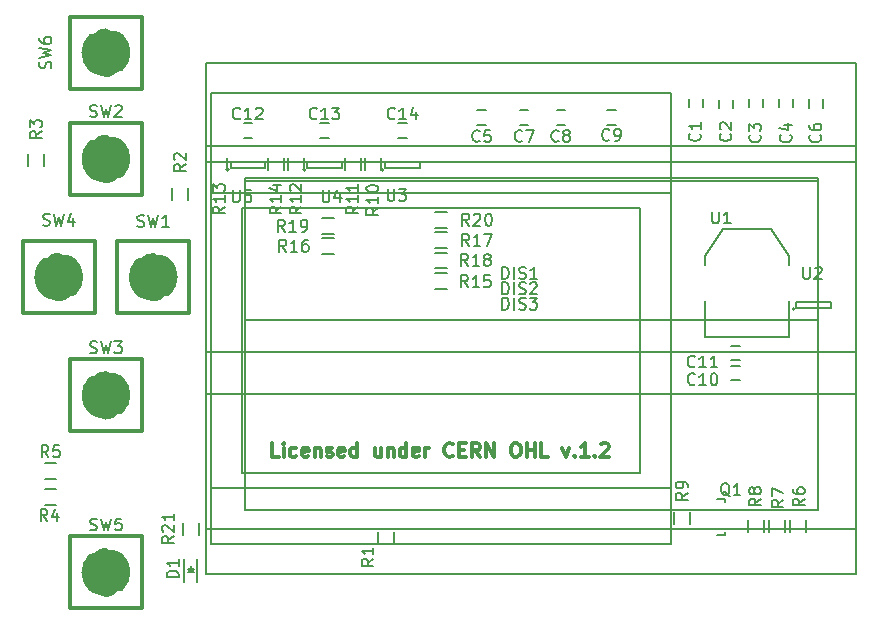
<source format=gto>
G04 #@! TF.GenerationSoftware,KiCad,Pcbnew,5.0.0-fee4fd1~66~ubuntu18.04.1*
G04 #@! TF.CreationDate,2018-10-08T02:39:47+02:00*
G04 #@! TF.ProjectId,ArduHMIShield,41726475484D49536869656C642E6B69,1.0*
G04 #@! TF.SameCoordinates,Original*
G04 #@! TF.FileFunction,Legend,Top*
G04 #@! TF.FilePolarity,Positive*
%FSLAX46Y46*%
G04 Gerber Fmt 4.6, Leading zero omitted, Abs format (unit mm)*
G04 Created by KiCad (PCBNEW 5.0.0-fee4fd1~66~ubuntu18.04.1) date Mon Oct  8 02:39:47 2018*
%MOMM*%
%LPD*%
G01*
G04 APERTURE LIST*
%ADD10C,0.300000*%
%ADD11C,0.150000*%
%ADD12C,2.540000*%
%ADD13C,0.304800*%
G04 APERTURE END LIST*
D10*
X73642857Y-115242857D02*
X73071428Y-115242857D01*
X73071428Y-114042857D01*
X74042857Y-115242857D02*
X74042857Y-114442857D01*
X74042857Y-114042857D02*
X73985714Y-114100000D01*
X74042857Y-114157142D01*
X74100000Y-114100000D01*
X74042857Y-114042857D01*
X74042857Y-114157142D01*
X75128571Y-115185714D02*
X75014285Y-115242857D01*
X74785714Y-115242857D01*
X74671428Y-115185714D01*
X74614285Y-115128571D01*
X74557142Y-115014285D01*
X74557142Y-114671428D01*
X74614285Y-114557142D01*
X74671428Y-114500000D01*
X74785714Y-114442857D01*
X75014285Y-114442857D01*
X75128571Y-114500000D01*
X76100000Y-115185714D02*
X75985714Y-115242857D01*
X75757142Y-115242857D01*
X75642857Y-115185714D01*
X75585714Y-115071428D01*
X75585714Y-114614285D01*
X75642857Y-114500000D01*
X75757142Y-114442857D01*
X75985714Y-114442857D01*
X76100000Y-114500000D01*
X76157142Y-114614285D01*
X76157142Y-114728571D01*
X75585714Y-114842857D01*
X76671428Y-114442857D02*
X76671428Y-115242857D01*
X76671428Y-114557142D02*
X76728571Y-114500000D01*
X76842857Y-114442857D01*
X77014285Y-114442857D01*
X77128571Y-114500000D01*
X77185714Y-114614285D01*
X77185714Y-115242857D01*
X77700000Y-115185714D02*
X77814285Y-115242857D01*
X78042857Y-115242857D01*
X78157142Y-115185714D01*
X78214285Y-115071428D01*
X78214285Y-115014285D01*
X78157142Y-114900000D01*
X78042857Y-114842857D01*
X77871428Y-114842857D01*
X77757142Y-114785714D01*
X77700000Y-114671428D01*
X77700000Y-114614285D01*
X77757142Y-114500000D01*
X77871428Y-114442857D01*
X78042857Y-114442857D01*
X78157142Y-114500000D01*
X79185714Y-115185714D02*
X79071428Y-115242857D01*
X78842857Y-115242857D01*
X78728571Y-115185714D01*
X78671428Y-115071428D01*
X78671428Y-114614285D01*
X78728571Y-114500000D01*
X78842857Y-114442857D01*
X79071428Y-114442857D01*
X79185714Y-114500000D01*
X79242857Y-114614285D01*
X79242857Y-114728571D01*
X78671428Y-114842857D01*
X80271428Y-115242857D02*
X80271428Y-114042857D01*
X80271428Y-115185714D02*
X80157142Y-115242857D01*
X79928571Y-115242857D01*
X79814285Y-115185714D01*
X79757142Y-115128571D01*
X79700000Y-115014285D01*
X79700000Y-114671428D01*
X79757142Y-114557142D01*
X79814285Y-114500000D01*
X79928571Y-114442857D01*
X80157142Y-114442857D01*
X80271428Y-114500000D01*
X82271428Y-114442857D02*
X82271428Y-115242857D01*
X81757142Y-114442857D02*
X81757142Y-115071428D01*
X81814285Y-115185714D01*
X81928571Y-115242857D01*
X82100000Y-115242857D01*
X82214285Y-115185714D01*
X82271428Y-115128571D01*
X82842857Y-114442857D02*
X82842857Y-115242857D01*
X82842857Y-114557142D02*
X82900000Y-114500000D01*
X83014285Y-114442857D01*
X83185714Y-114442857D01*
X83300000Y-114500000D01*
X83357142Y-114614285D01*
X83357142Y-115242857D01*
X84442857Y-115242857D02*
X84442857Y-114042857D01*
X84442857Y-115185714D02*
X84328571Y-115242857D01*
X84100000Y-115242857D01*
X83985714Y-115185714D01*
X83928571Y-115128571D01*
X83871428Y-115014285D01*
X83871428Y-114671428D01*
X83928571Y-114557142D01*
X83985714Y-114500000D01*
X84100000Y-114442857D01*
X84328571Y-114442857D01*
X84442857Y-114500000D01*
X85471428Y-115185714D02*
X85357142Y-115242857D01*
X85128571Y-115242857D01*
X85014285Y-115185714D01*
X84957142Y-115071428D01*
X84957142Y-114614285D01*
X85014285Y-114500000D01*
X85128571Y-114442857D01*
X85357142Y-114442857D01*
X85471428Y-114500000D01*
X85528571Y-114614285D01*
X85528571Y-114728571D01*
X84957142Y-114842857D01*
X86042857Y-115242857D02*
X86042857Y-114442857D01*
X86042857Y-114671428D02*
X86100000Y-114557142D01*
X86157142Y-114500000D01*
X86271428Y-114442857D01*
X86385714Y-114442857D01*
X88385714Y-115128571D02*
X88328571Y-115185714D01*
X88157142Y-115242857D01*
X88042857Y-115242857D01*
X87871428Y-115185714D01*
X87757142Y-115071428D01*
X87700000Y-114957142D01*
X87642857Y-114728571D01*
X87642857Y-114557142D01*
X87700000Y-114328571D01*
X87757142Y-114214285D01*
X87871428Y-114100000D01*
X88042857Y-114042857D01*
X88157142Y-114042857D01*
X88328571Y-114100000D01*
X88385714Y-114157142D01*
X88900000Y-114614285D02*
X89300000Y-114614285D01*
X89471428Y-115242857D02*
X88900000Y-115242857D01*
X88900000Y-114042857D01*
X89471428Y-114042857D01*
X90671428Y-115242857D02*
X90271428Y-114671428D01*
X89985714Y-115242857D02*
X89985714Y-114042857D01*
X90442857Y-114042857D01*
X90557142Y-114100000D01*
X90614285Y-114157142D01*
X90671428Y-114271428D01*
X90671428Y-114442857D01*
X90614285Y-114557142D01*
X90557142Y-114614285D01*
X90442857Y-114671428D01*
X89985714Y-114671428D01*
X91185714Y-115242857D02*
X91185714Y-114042857D01*
X91871428Y-115242857D01*
X91871428Y-114042857D01*
X93585714Y-114042857D02*
X93814285Y-114042857D01*
X93928571Y-114100000D01*
X94042857Y-114214285D01*
X94100000Y-114442857D01*
X94100000Y-114842857D01*
X94042857Y-115071428D01*
X93928571Y-115185714D01*
X93814285Y-115242857D01*
X93585714Y-115242857D01*
X93471428Y-115185714D01*
X93357142Y-115071428D01*
X93300000Y-114842857D01*
X93300000Y-114442857D01*
X93357142Y-114214285D01*
X93471428Y-114100000D01*
X93585714Y-114042857D01*
X94614285Y-115242857D02*
X94614285Y-114042857D01*
X94614285Y-114614285D02*
X95300000Y-114614285D01*
X95300000Y-115242857D02*
X95300000Y-114042857D01*
X96442857Y-115242857D02*
X95871428Y-115242857D01*
X95871428Y-114042857D01*
X97642857Y-114442857D02*
X97928571Y-115242857D01*
X98214285Y-114442857D01*
X98671428Y-115128571D02*
X98728571Y-115185714D01*
X98671428Y-115242857D01*
X98614285Y-115185714D01*
X98671428Y-115128571D01*
X98671428Y-115242857D01*
X99871428Y-115242857D02*
X99185714Y-115242857D01*
X99528571Y-115242857D02*
X99528571Y-114042857D01*
X99414285Y-114214285D01*
X99300000Y-114328571D01*
X99185714Y-114385714D01*
X100385714Y-115128571D02*
X100442857Y-115185714D01*
X100385714Y-115242857D01*
X100328571Y-115185714D01*
X100385714Y-115128571D01*
X100385714Y-115242857D01*
X100900000Y-114157142D02*
X100957142Y-114100000D01*
X101071428Y-114042857D01*
X101357142Y-114042857D01*
X101471428Y-114100000D01*
X101528571Y-114157142D01*
X101585714Y-114271428D01*
X101585714Y-114385714D01*
X101528571Y-114557142D01*
X100842857Y-115242857D01*
X101585714Y-115242857D01*
D11*
G04 #@! TO.C,Q1*
X111450240Y-121799820D02*
X110749200Y-121799820D01*
X111450240Y-121599160D02*
X111450240Y-121799820D01*
X111450240Y-118800180D02*
X111450240Y-119049100D01*
X110749200Y-118800180D02*
X111450240Y-118800180D01*
X111450240Y-121599160D02*
X111450240Y-121550900D01*
G04 #@! TO.C,C1*
X108350000Y-85600000D02*
X108350000Y-84900000D01*
X109550000Y-84900000D02*
X109550000Y-85600000D01*
G04 #@! TO.C,C2*
X110900000Y-85700000D02*
X110900000Y-85000000D01*
X112100000Y-85000000D02*
X112100000Y-85700000D01*
G04 #@! TO.C,R1*
X82025000Y-122600000D02*
X82025000Y-121600000D01*
X83375000Y-121600000D02*
X83375000Y-122600000D01*
G04 #@! TO.C,R2*
X64625000Y-93500000D02*
X64625000Y-92500000D01*
X65975000Y-92500000D02*
X65975000Y-93500000D01*
G04 #@! TO.C,R3*
X53775000Y-89600000D02*
X53775000Y-90600000D01*
X52425000Y-90600000D02*
X52425000Y-89600000D01*
G04 #@! TO.C,R6*
X116925000Y-121550000D02*
X116925000Y-120550000D01*
X118275000Y-120550000D02*
X118275000Y-121550000D01*
G04 #@! TO.C,R7*
X115125000Y-121550000D02*
X115125000Y-120550000D01*
X116475000Y-120550000D02*
X116475000Y-121550000D01*
G04 #@! TO.C,R8*
X113325000Y-121600000D02*
X113325000Y-120600000D01*
X114675000Y-120600000D02*
X114675000Y-121600000D01*
G04 #@! TO.C,R9*
X107125000Y-120900000D02*
X107125000Y-119900000D01*
X108475000Y-119900000D02*
X108475000Y-120900000D01*
G04 #@! TO.C,R4*
X54800000Y-117075000D02*
X53800000Y-117075000D01*
X53800000Y-115725000D02*
X54800000Y-115725000D01*
G04 #@! TO.C,R5*
X53800000Y-117925000D02*
X54800000Y-117925000D01*
X54800000Y-119275000D02*
X53800000Y-119275000D01*
D12*
G04 #@! TO.C,SW1*
X63803219Y-100000000D02*
G75*
G03X63803219Y-100000000I-803219J0D01*
G01*
D13*
X59952000Y-103048000D02*
X59952000Y-96952000D01*
X66048000Y-103048000D02*
X59952000Y-103048000D01*
X66048000Y-96952000D02*
X66048000Y-103048000D01*
X59952000Y-96952000D02*
X66048000Y-96952000D01*
D12*
G04 #@! TO.C,SW2*
X59803219Y-90000000D02*
G75*
G03X59803219Y-90000000I-803219J0D01*
G01*
D13*
X55952000Y-86952000D02*
X62048000Y-86952000D01*
X55952000Y-93048000D02*
X55952000Y-86952000D01*
X62048000Y-93048000D02*
X55952000Y-93048000D01*
X62048000Y-86952000D02*
X62048000Y-93048000D01*
D12*
G04 #@! TO.C,SW3*
X59803219Y-110000000D02*
G75*
G03X59803219Y-110000000I-803219J0D01*
G01*
D13*
X55952000Y-106952000D02*
X62048000Y-106952000D01*
X55952000Y-113048000D02*
X55952000Y-106952000D01*
X62048000Y-113048000D02*
X55952000Y-113048000D01*
X62048000Y-106952000D02*
X62048000Y-113048000D01*
D12*
G04 #@! TO.C,SW5*
X59803219Y-125000000D02*
G75*
G03X59803219Y-125000000I-803219J0D01*
G01*
D13*
X55952000Y-121952000D02*
X62048000Y-121952000D01*
X55952000Y-128048000D02*
X55952000Y-121952000D01*
X62048000Y-128048000D02*
X55952000Y-128048000D01*
X62048000Y-121952000D02*
X62048000Y-128048000D01*
D12*
G04 #@! TO.C,SW6*
X59803219Y-81000000D02*
G75*
G03X59803219Y-81000000I-803219J0D01*
G01*
D13*
X62048000Y-84048000D02*
X55952000Y-84048000D01*
X62048000Y-77952000D02*
X62048000Y-84048000D01*
X55952000Y-77952000D02*
X62048000Y-77952000D01*
X55952000Y-84048000D02*
X55952000Y-77952000D01*
D11*
G04 #@! TO.C,C3*
X113450000Y-85600000D02*
X113450000Y-84900000D01*
X114650000Y-84900000D02*
X114650000Y-85600000D01*
G04 #@! TO.C,C4*
X116000000Y-85600000D02*
X116000000Y-84900000D01*
X117200000Y-84900000D02*
X117200000Y-85600000D01*
G04 #@! TO.C,C5*
X90450000Y-85900000D02*
X91150000Y-85900000D01*
X91150000Y-87100000D02*
X90450000Y-87100000D01*
G04 #@! TO.C,C6*
X118550000Y-85650000D02*
X118550000Y-84950000D01*
X119750000Y-84950000D02*
X119750000Y-85650000D01*
G04 #@! TO.C,C7*
X94750000Y-87100000D02*
X94050000Y-87100000D01*
X94050000Y-85900000D02*
X94750000Y-85900000D01*
G04 #@! TO.C,C8*
X97850000Y-87100000D02*
X97150000Y-87100000D01*
X97150000Y-85900000D02*
X97850000Y-85900000D01*
G04 #@! TO.C,C9*
X102150000Y-87100000D02*
X101450000Y-87100000D01*
X101450000Y-85900000D02*
X102150000Y-85900000D01*
G04 #@! TO.C,DIS1*
X67500000Y-125120000D02*
X67500000Y-81880000D01*
X122500000Y-125120000D02*
X67500000Y-125120000D01*
X122500000Y-81880000D02*
X122500000Y-125120000D01*
X67500000Y-81880000D02*
X122500000Y-81880000D01*
X67500000Y-90300000D02*
X122500000Y-90300000D01*
X122500000Y-121300000D02*
X67500000Y-121300000D01*
X70750000Y-119700000D02*
X70750000Y-91900000D01*
X119250000Y-119700000D02*
X70750000Y-119700000D01*
X119250000Y-91900000D02*
X119250000Y-119700000D01*
X70750000Y-91900000D02*
X119250000Y-91900000D01*
D12*
G04 #@! TO.C,SW4*
X55803219Y-100000000D02*
G75*
G03X55803219Y-100000000I-803219J0D01*
G01*
D13*
X58048000Y-96952000D02*
X58048000Y-103048000D01*
X51952000Y-96952000D02*
X58048000Y-96952000D01*
X51952000Y-103048000D02*
X51952000Y-96952000D01*
X58048000Y-103048000D02*
X51952000Y-103048000D01*
D11*
G04 #@! TO.C,DIS2*
X70750000Y-91630000D02*
X119250000Y-91630000D01*
X119250000Y-91630000D02*
X119250000Y-103630000D01*
X119250000Y-103630000D02*
X70750000Y-103630000D01*
X70750000Y-103630000D02*
X70750000Y-91630000D01*
X122500000Y-106380000D02*
X67500000Y-106380000D01*
X67500000Y-88880000D02*
X122500000Y-88880000D01*
X67500000Y-81880000D02*
X122500000Y-81880000D01*
X122500000Y-81880000D02*
X122500000Y-109880000D01*
X122500000Y-109880000D02*
X67500000Y-109880000D01*
X67500000Y-109880000D02*
X67500000Y-81880000D01*
G04 #@! TO.C,DIS3*
X70555000Y-94150000D02*
X104205000Y-94150000D01*
X104205000Y-94150000D02*
X104205000Y-116550000D01*
X104205000Y-116550000D02*
X70555000Y-116550000D01*
X70555000Y-116550000D02*
X70555000Y-94150000D01*
X106880000Y-117850000D02*
X67880000Y-117850000D01*
X67880000Y-92850000D02*
X106880000Y-92850000D01*
X67880000Y-84450000D02*
X106880000Y-84450000D01*
X106880000Y-84420000D02*
X106880000Y-122580000D01*
X106880000Y-122580000D02*
X67880000Y-122580000D01*
X67880000Y-122580000D02*
X67880000Y-84420000D01*
G04 #@! TO.C,C10*
X111950000Y-107500000D02*
X112650000Y-107500000D01*
X112650000Y-108700000D02*
X111950000Y-108700000D01*
G04 #@! TO.C,C11*
X112650000Y-107000000D02*
X111950000Y-107000000D01*
X111950000Y-105800000D02*
X112650000Y-105800000D01*
G04 #@! TO.C,U1*
X109744000Y-102024000D02*
X109744000Y-105072000D01*
X109744000Y-105072000D02*
X116856000Y-105072000D01*
X116856000Y-105072000D02*
X116856000Y-102024000D01*
X109744000Y-98976000D02*
X109744000Y-98214000D01*
X109744000Y-98214000D02*
X111268000Y-95928000D01*
X111268000Y-95928000D02*
X115332000Y-95928000D01*
X115332000Y-95928000D02*
X116856000Y-98214000D01*
X116856000Y-98214000D02*
X116856000Y-98976000D01*
G04 #@! TO.C,C12*
X70650000Y-87000000D02*
X71350000Y-87000000D01*
X71350000Y-88200000D02*
X70650000Y-88200000D01*
G04 #@! TO.C,C13*
X77850000Y-88200000D02*
X77150000Y-88200000D01*
X77150000Y-87000000D02*
X77850000Y-87000000D01*
G04 #@! TO.C,C14*
X83750000Y-87000000D02*
X84450000Y-87000000D01*
X84450000Y-88200000D02*
X83750000Y-88200000D01*
G04 #@! TO.C,R10*
X80925000Y-90900000D02*
X80925000Y-89900000D01*
X82275000Y-89900000D02*
X82275000Y-90900000D01*
G04 #@! TO.C,R11*
X80575000Y-89900000D02*
X80575000Y-90900000D01*
X79225000Y-90900000D02*
X79225000Y-89900000D01*
G04 #@! TO.C,R12*
X74425000Y-90900000D02*
X74425000Y-89900000D01*
X75775000Y-89900000D02*
X75775000Y-90900000D01*
G04 #@! TO.C,R13*
X69275000Y-89900000D02*
X69275000Y-90900000D01*
X67925000Y-90900000D02*
X67925000Y-89900000D01*
G04 #@! TO.C,R14*
X72725000Y-90900000D02*
X72725000Y-89900000D01*
X74075000Y-89900000D02*
X74075000Y-90900000D01*
G04 #@! TO.C,R15*
X87900000Y-100975000D02*
X86900000Y-100975000D01*
X86900000Y-99625000D02*
X87900000Y-99625000D01*
G04 #@! TO.C,R16*
X77300000Y-96725000D02*
X78300000Y-96725000D01*
X78300000Y-98075000D02*
X77300000Y-98075000D01*
G04 #@! TO.C,R17*
X87900000Y-97575000D02*
X86900000Y-97575000D01*
X86900000Y-96225000D02*
X87900000Y-96225000D01*
G04 #@! TO.C,R18*
X86900000Y-97925000D02*
X87900000Y-97925000D01*
X87900000Y-99275000D02*
X86900000Y-99275000D01*
G04 #@! TO.C,R19*
X77300000Y-95025000D02*
X78300000Y-95025000D01*
X78300000Y-96375000D02*
X77300000Y-96375000D01*
G04 #@! TO.C,R20*
X87900000Y-95875000D02*
X86900000Y-95875000D01*
X86900000Y-94525000D02*
X87900000Y-94525000D01*
G04 #@! TO.C,R21*
X66875000Y-120800000D02*
X66875000Y-121800000D01*
X65525000Y-121800000D02*
X65525000Y-120800000D01*
G04 #@! TO.C,D1*
X66750000Y-125800000D02*
X66750000Y-123900000D01*
X65650000Y-125800000D02*
X65650000Y-123900000D01*
X66200000Y-124900000D02*
X66200000Y-124450000D01*
X65950000Y-124950000D02*
X66450000Y-124950000D01*
X66200000Y-124950000D02*
X65950000Y-124700000D01*
X65950000Y-124700000D02*
X66450000Y-124700000D01*
X66450000Y-124700000D02*
X66200000Y-124950000D01*
G04 #@! TO.C,U2*
X117300000Y-102700000D02*
G75*
G03X117300000Y-102700000I-100000J0D01*
G01*
X117450000Y-102150000D02*
X117450000Y-102650000D01*
X120350000Y-102150000D02*
X117450000Y-102150000D01*
X120350000Y-102650000D02*
X120350000Y-102150000D01*
X117450000Y-102650000D02*
X120350000Y-102650000D01*
G04 #@! TO.C,U3*
X82500000Y-90900000D02*
G75*
G03X82500000Y-90900000I-100000J0D01*
G01*
X82650000Y-90250000D02*
X82650000Y-90750000D01*
X85550000Y-90250000D02*
X82650000Y-90250000D01*
X85550000Y-90750000D02*
X85550000Y-90250000D01*
X82650000Y-90750000D02*
X85550000Y-90750000D01*
G04 #@! TO.C,U4*
X75900000Y-90900000D02*
G75*
G03X75900000Y-90900000I-100000J0D01*
G01*
X76050000Y-90250000D02*
X76050000Y-90750000D01*
X78950000Y-90250000D02*
X76050000Y-90250000D01*
X78950000Y-90750000D02*
X78950000Y-90250000D01*
X76050000Y-90750000D02*
X78950000Y-90750000D01*
G04 #@! TO.C,U5*
X69550000Y-90750000D02*
X72450000Y-90750000D01*
X72450000Y-90750000D02*
X72450000Y-90250000D01*
X72450000Y-90250000D02*
X69550000Y-90250000D01*
X69550000Y-90250000D02*
X69550000Y-90750000D01*
X69400000Y-90900000D02*
G75*
G03X69400000Y-90900000I-100000J0D01*
G01*
G04 #@! TO.C,Q1*
X111804761Y-118547619D02*
X111709523Y-118500000D01*
X111614285Y-118404761D01*
X111471428Y-118261904D01*
X111376190Y-118214285D01*
X111280952Y-118214285D01*
X111328571Y-118452380D02*
X111233333Y-118404761D01*
X111138095Y-118309523D01*
X111090476Y-118119047D01*
X111090476Y-117785714D01*
X111138095Y-117595238D01*
X111233333Y-117500000D01*
X111328571Y-117452380D01*
X111519047Y-117452380D01*
X111614285Y-117500000D01*
X111709523Y-117595238D01*
X111757142Y-117785714D01*
X111757142Y-118119047D01*
X111709523Y-118309523D01*
X111614285Y-118404761D01*
X111519047Y-118452380D01*
X111328571Y-118452380D01*
X112709523Y-118452380D02*
X112138095Y-118452380D01*
X112423809Y-118452380D02*
X112423809Y-117452380D01*
X112328571Y-117595238D01*
X112233333Y-117690476D01*
X112138095Y-117738095D01*
G04 #@! TO.C,C1*
X109257142Y-87866666D02*
X109304761Y-87914285D01*
X109352380Y-88057142D01*
X109352380Y-88152380D01*
X109304761Y-88295238D01*
X109209523Y-88390476D01*
X109114285Y-88438095D01*
X108923809Y-88485714D01*
X108780952Y-88485714D01*
X108590476Y-88438095D01*
X108495238Y-88390476D01*
X108400000Y-88295238D01*
X108352380Y-88152380D01*
X108352380Y-88057142D01*
X108400000Y-87914285D01*
X108447619Y-87866666D01*
X109352380Y-86914285D02*
X109352380Y-87485714D01*
X109352380Y-87200000D02*
X108352380Y-87200000D01*
X108495238Y-87295238D01*
X108590476Y-87390476D01*
X108638095Y-87485714D01*
G04 #@! TO.C,C2*
X111857142Y-87866666D02*
X111904761Y-87914285D01*
X111952380Y-88057142D01*
X111952380Y-88152380D01*
X111904761Y-88295238D01*
X111809523Y-88390476D01*
X111714285Y-88438095D01*
X111523809Y-88485714D01*
X111380952Y-88485714D01*
X111190476Y-88438095D01*
X111095238Y-88390476D01*
X111000000Y-88295238D01*
X110952380Y-88152380D01*
X110952380Y-88057142D01*
X111000000Y-87914285D01*
X111047619Y-87866666D01*
X111047619Y-87485714D02*
X111000000Y-87438095D01*
X110952380Y-87342857D01*
X110952380Y-87104761D01*
X111000000Y-87009523D01*
X111047619Y-86961904D01*
X111142857Y-86914285D01*
X111238095Y-86914285D01*
X111380952Y-86961904D01*
X111952380Y-87533333D01*
X111952380Y-86914285D01*
G04 #@! TO.C,R1*
X81652380Y-123866666D02*
X81176190Y-124200000D01*
X81652380Y-124438095D02*
X80652380Y-124438095D01*
X80652380Y-124057142D01*
X80700000Y-123961904D01*
X80747619Y-123914285D01*
X80842857Y-123866666D01*
X80985714Y-123866666D01*
X81080952Y-123914285D01*
X81128571Y-123961904D01*
X81176190Y-124057142D01*
X81176190Y-124438095D01*
X81652380Y-122914285D02*
X81652380Y-123485714D01*
X81652380Y-123200000D02*
X80652380Y-123200000D01*
X80795238Y-123295238D01*
X80890476Y-123390476D01*
X80938095Y-123485714D01*
G04 #@! TO.C,R2*
X65752380Y-90466666D02*
X65276190Y-90800000D01*
X65752380Y-91038095D02*
X64752380Y-91038095D01*
X64752380Y-90657142D01*
X64800000Y-90561904D01*
X64847619Y-90514285D01*
X64942857Y-90466666D01*
X65085714Y-90466666D01*
X65180952Y-90514285D01*
X65228571Y-90561904D01*
X65276190Y-90657142D01*
X65276190Y-91038095D01*
X64847619Y-90085714D02*
X64800000Y-90038095D01*
X64752380Y-89942857D01*
X64752380Y-89704761D01*
X64800000Y-89609523D01*
X64847619Y-89561904D01*
X64942857Y-89514285D01*
X65038095Y-89514285D01*
X65180952Y-89561904D01*
X65752380Y-90133333D01*
X65752380Y-89514285D01*
G04 #@! TO.C,R3*
X53552380Y-87666666D02*
X53076190Y-88000000D01*
X53552380Y-88238095D02*
X52552380Y-88238095D01*
X52552380Y-87857142D01*
X52600000Y-87761904D01*
X52647619Y-87714285D01*
X52742857Y-87666666D01*
X52885714Y-87666666D01*
X52980952Y-87714285D01*
X53028571Y-87761904D01*
X53076190Y-87857142D01*
X53076190Y-88238095D01*
X52552380Y-87333333D02*
X52552380Y-86714285D01*
X52933333Y-87047619D01*
X52933333Y-86904761D01*
X52980952Y-86809523D01*
X53028571Y-86761904D01*
X53123809Y-86714285D01*
X53361904Y-86714285D01*
X53457142Y-86761904D01*
X53504761Y-86809523D01*
X53552380Y-86904761D01*
X53552380Y-87190476D01*
X53504761Y-87285714D01*
X53457142Y-87333333D01*
G04 #@! TO.C,R6*
X118152380Y-118766666D02*
X117676190Y-119100000D01*
X118152380Y-119338095D02*
X117152380Y-119338095D01*
X117152380Y-118957142D01*
X117200000Y-118861904D01*
X117247619Y-118814285D01*
X117342857Y-118766666D01*
X117485714Y-118766666D01*
X117580952Y-118814285D01*
X117628571Y-118861904D01*
X117676190Y-118957142D01*
X117676190Y-119338095D01*
X117152380Y-117909523D02*
X117152380Y-118100000D01*
X117200000Y-118195238D01*
X117247619Y-118242857D01*
X117390476Y-118338095D01*
X117580952Y-118385714D01*
X117961904Y-118385714D01*
X118057142Y-118338095D01*
X118104761Y-118290476D01*
X118152380Y-118195238D01*
X118152380Y-118004761D01*
X118104761Y-117909523D01*
X118057142Y-117861904D01*
X117961904Y-117814285D01*
X117723809Y-117814285D01*
X117628571Y-117861904D01*
X117580952Y-117909523D01*
X117533333Y-118004761D01*
X117533333Y-118195238D01*
X117580952Y-118290476D01*
X117628571Y-118338095D01*
X117723809Y-118385714D01*
G04 #@! TO.C,R7*
X116352380Y-118866666D02*
X115876190Y-119200000D01*
X116352380Y-119438095D02*
X115352380Y-119438095D01*
X115352380Y-119057142D01*
X115400000Y-118961904D01*
X115447619Y-118914285D01*
X115542857Y-118866666D01*
X115685714Y-118866666D01*
X115780952Y-118914285D01*
X115828571Y-118961904D01*
X115876190Y-119057142D01*
X115876190Y-119438095D01*
X115352380Y-118533333D02*
X115352380Y-117866666D01*
X116352380Y-118295238D01*
G04 #@! TO.C,R8*
X114452380Y-118766666D02*
X113976190Y-119100000D01*
X114452380Y-119338095D02*
X113452380Y-119338095D01*
X113452380Y-118957142D01*
X113500000Y-118861904D01*
X113547619Y-118814285D01*
X113642857Y-118766666D01*
X113785714Y-118766666D01*
X113880952Y-118814285D01*
X113928571Y-118861904D01*
X113976190Y-118957142D01*
X113976190Y-119338095D01*
X113880952Y-118195238D02*
X113833333Y-118290476D01*
X113785714Y-118338095D01*
X113690476Y-118385714D01*
X113642857Y-118385714D01*
X113547619Y-118338095D01*
X113500000Y-118290476D01*
X113452380Y-118195238D01*
X113452380Y-118004761D01*
X113500000Y-117909523D01*
X113547619Y-117861904D01*
X113642857Y-117814285D01*
X113690476Y-117814285D01*
X113785714Y-117861904D01*
X113833333Y-117909523D01*
X113880952Y-118004761D01*
X113880952Y-118195238D01*
X113928571Y-118290476D01*
X113976190Y-118338095D01*
X114071428Y-118385714D01*
X114261904Y-118385714D01*
X114357142Y-118338095D01*
X114404761Y-118290476D01*
X114452380Y-118195238D01*
X114452380Y-118004761D01*
X114404761Y-117909523D01*
X114357142Y-117861904D01*
X114261904Y-117814285D01*
X114071428Y-117814285D01*
X113976190Y-117861904D01*
X113928571Y-117909523D01*
X113880952Y-118004761D01*
G04 #@! TO.C,R9*
X108252380Y-118266666D02*
X107776190Y-118600000D01*
X108252380Y-118838095D02*
X107252380Y-118838095D01*
X107252380Y-118457142D01*
X107300000Y-118361904D01*
X107347619Y-118314285D01*
X107442857Y-118266666D01*
X107585714Y-118266666D01*
X107680952Y-118314285D01*
X107728571Y-118361904D01*
X107776190Y-118457142D01*
X107776190Y-118838095D01*
X108252380Y-117790476D02*
X108252380Y-117600000D01*
X108204761Y-117504761D01*
X108157142Y-117457142D01*
X108014285Y-117361904D01*
X107823809Y-117314285D01*
X107442857Y-117314285D01*
X107347619Y-117361904D01*
X107300000Y-117409523D01*
X107252380Y-117504761D01*
X107252380Y-117695238D01*
X107300000Y-117790476D01*
X107347619Y-117838095D01*
X107442857Y-117885714D01*
X107680952Y-117885714D01*
X107776190Y-117838095D01*
X107823809Y-117790476D01*
X107871428Y-117695238D01*
X107871428Y-117504761D01*
X107823809Y-117409523D01*
X107776190Y-117361904D01*
X107680952Y-117314285D01*
G04 #@! TO.C,R4*
X54033333Y-120652380D02*
X53700000Y-120176190D01*
X53461904Y-120652380D02*
X53461904Y-119652380D01*
X53842857Y-119652380D01*
X53938095Y-119700000D01*
X53985714Y-119747619D01*
X54033333Y-119842857D01*
X54033333Y-119985714D01*
X53985714Y-120080952D01*
X53938095Y-120128571D01*
X53842857Y-120176190D01*
X53461904Y-120176190D01*
X54890476Y-119985714D02*
X54890476Y-120652380D01*
X54652380Y-119604761D02*
X54414285Y-120319047D01*
X55033333Y-120319047D01*
G04 #@! TO.C,R5*
X54133333Y-115252380D02*
X53800000Y-114776190D01*
X53561904Y-115252380D02*
X53561904Y-114252380D01*
X53942857Y-114252380D01*
X54038095Y-114300000D01*
X54085714Y-114347619D01*
X54133333Y-114442857D01*
X54133333Y-114585714D01*
X54085714Y-114680952D01*
X54038095Y-114728571D01*
X53942857Y-114776190D01*
X53561904Y-114776190D01*
X55038095Y-114252380D02*
X54561904Y-114252380D01*
X54514285Y-114728571D01*
X54561904Y-114680952D01*
X54657142Y-114633333D01*
X54895238Y-114633333D01*
X54990476Y-114680952D01*
X55038095Y-114728571D01*
X55085714Y-114823809D01*
X55085714Y-115061904D01*
X55038095Y-115157142D01*
X54990476Y-115204761D01*
X54895238Y-115252380D01*
X54657142Y-115252380D01*
X54561904Y-115204761D01*
X54514285Y-115157142D01*
G04 #@! TO.C,SW1*
X61666666Y-95704761D02*
X61809523Y-95752380D01*
X62047619Y-95752380D01*
X62142857Y-95704761D01*
X62190476Y-95657142D01*
X62238095Y-95561904D01*
X62238095Y-95466666D01*
X62190476Y-95371428D01*
X62142857Y-95323809D01*
X62047619Y-95276190D01*
X61857142Y-95228571D01*
X61761904Y-95180952D01*
X61714285Y-95133333D01*
X61666666Y-95038095D01*
X61666666Y-94942857D01*
X61714285Y-94847619D01*
X61761904Y-94800000D01*
X61857142Y-94752380D01*
X62095238Y-94752380D01*
X62238095Y-94800000D01*
X62571428Y-94752380D02*
X62809523Y-95752380D01*
X63000000Y-95038095D01*
X63190476Y-95752380D01*
X63428571Y-94752380D01*
X64333333Y-95752380D02*
X63761904Y-95752380D01*
X64047619Y-95752380D02*
X64047619Y-94752380D01*
X63952380Y-94895238D01*
X63857142Y-94990476D01*
X63761904Y-95038095D01*
G04 #@! TO.C,SW2*
X57666666Y-86404761D02*
X57809523Y-86452380D01*
X58047619Y-86452380D01*
X58142857Y-86404761D01*
X58190476Y-86357142D01*
X58238095Y-86261904D01*
X58238095Y-86166666D01*
X58190476Y-86071428D01*
X58142857Y-86023809D01*
X58047619Y-85976190D01*
X57857142Y-85928571D01*
X57761904Y-85880952D01*
X57714285Y-85833333D01*
X57666666Y-85738095D01*
X57666666Y-85642857D01*
X57714285Y-85547619D01*
X57761904Y-85500000D01*
X57857142Y-85452380D01*
X58095238Y-85452380D01*
X58238095Y-85500000D01*
X58571428Y-85452380D02*
X58809523Y-86452380D01*
X59000000Y-85738095D01*
X59190476Y-86452380D01*
X59428571Y-85452380D01*
X59761904Y-85547619D02*
X59809523Y-85500000D01*
X59904761Y-85452380D01*
X60142857Y-85452380D01*
X60238095Y-85500000D01*
X60285714Y-85547619D01*
X60333333Y-85642857D01*
X60333333Y-85738095D01*
X60285714Y-85880952D01*
X59714285Y-86452380D01*
X60333333Y-86452380D01*
G04 #@! TO.C,SW3*
X57666666Y-106404761D02*
X57809523Y-106452380D01*
X58047619Y-106452380D01*
X58142857Y-106404761D01*
X58190476Y-106357142D01*
X58238095Y-106261904D01*
X58238095Y-106166666D01*
X58190476Y-106071428D01*
X58142857Y-106023809D01*
X58047619Y-105976190D01*
X57857142Y-105928571D01*
X57761904Y-105880952D01*
X57714285Y-105833333D01*
X57666666Y-105738095D01*
X57666666Y-105642857D01*
X57714285Y-105547619D01*
X57761904Y-105500000D01*
X57857142Y-105452380D01*
X58095238Y-105452380D01*
X58238095Y-105500000D01*
X58571428Y-105452380D02*
X58809523Y-106452380D01*
X59000000Y-105738095D01*
X59190476Y-106452380D01*
X59428571Y-105452380D01*
X59714285Y-105452380D02*
X60333333Y-105452380D01*
X60000000Y-105833333D01*
X60142857Y-105833333D01*
X60238095Y-105880952D01*
X60285714Y-105928571D01*
X60333333Y-106023809D01*
X60333333Y-106261904D01*
X60285714Y-106357142D01*
X60238095Y-106404761D01*
X60142857Y-106452380D01*
X59857142Y-106452380D01*
X59761904Y-106404761D01*
X59714285Y-106357142D01*
G04 #@! TO.C,SW5*
X57666666Y-121404761D02*
X57809523Y-121452380D01*
X58047619Y-121452380D01*
X58142857Y-121404761D01*
X58190476Y-121357142D01*
X58238095Y-121261904D01*
X58238095Y-121166666D01*
X58190476Y-121071428D01*
X58142857Y-121023809D01*
X58047619Y-120976190D01*
X57857142Y-120928571D01*
X57761904Y-120880952D01*
X57714285Y-120833333D01*
X57666666Y-120738095D01*
X57666666Y-120642857D01*
X57714285Y-120547619D01*
X57761904Y-120500000D01*
X57857142Y-120452380D01*
X58095238Y-120452380D01*
X58238095Y-120500000D01*
X58571428Y-120452380D02*
X58809523Y-121452380D01*
X59000000Y-120738095D01*
X59190476Y-121452380D01*
X59428571Y-120452380D01*
X60285714Y-120452380D02*
X59809523Y-120452380D01*
X59761904Y-120928571D01*
X59809523Y-120880952D01*
X59904761Y-120833333D01*
X60142857Y-120833333D01*
X60238095Y-120880952D01*
X60285714Y-120928571D01*
X60333333Y-121023809D01*
X60333333Y-121261904D01*
X60285714Y-121357142D01*
X60238095Y-121404761D01*
X60142857Y-121452380D01*
X59904761Y-121452380D01*
X59809523Y-121404761D01*
X59761904Y-121357142D01*
G04 #@! TO.C,SW6*
X54324761Y-82333333D02*
X54372380Y-82190476D01*
X54372380Y-81952380D01*
X54324761Y-81857142D01*
X54277142Y-81809523D01*
X54181904Y-81761904D01*
X54086666Y-81761904D01*
X53991428Y-81809523D01*
X53943809Y-81857142D01*
X53896190Y-81952380D01*
X53848571Y-82142857D01*
X53800952Y-82238095D01*
X53753333Y-82285714D01*
X53658095Y-82333333D01*
X53562857Y-82333333D01*
X53467619Y-82285714D01*
X53420000Y-82238095D01*
X53372380Y-82142857D01*
X53372380Y-81904761D01*
X53420000Y-81761904D01*
X53372380Y-81428571D02*
X54372380Y-81190476D01*
X53658095Y-81000000D01*
X54372380Y-80809523D01*
X53372380Y-80571428D01*
X53372380Y-79761904D02*
X53372380Y-79952380D01*
X53420000Y-80047619D01*
X53467619Y-80095238D01*
X53610476Y-80190476D01*
X53800952Y-80238095D01*
X54181904Y-80238095D01*
X54277142Y-80190476D01*
X54324761Y-80142857D01*
X54372380Y-80047619D01*
X54372380Y-79857142D01*
X54324761Y-79761904D01*
X54277142Y-79714285D01*
X54181904Y-79666666D01*
X53943809Y-79666666D01*
X53848571Y-79714285D01*
X53800952Y-79761904D01*
X53753333Y-79857142D01*
X53753333Y-80047619D01*
X53800952Y-80142857D01*
X53848571Y-80190476D01*
X53943809Y-80238095D01*
G04 #@! TO.C,C3*
X114357142Y-87966666D02*
X114404761Y-88014285D01*
X114452380Y-88157142D01*
X114452380Y-88252380D01*
X114404761Y-88395238D01*
X114309523Y-88490476D01*
X114214285Y-88538095D01*
X114023809Y-88585714D01*
X113880952Y-88585714D01*
X113690476Y-88538095D01*
X113595238Y-88490476D01*
X113500000Y-88395238D01*
X113452380Y-88252380D01*
X113452380Y-88157142D01*
X113500000Y-88014285D01*
X113547619Y-87966666D01*
X113452380Y-87633333D02*
X113452380Y-87014285D01*
X113833333Y-87347619D01*
X113833333Y-87204761D01*
X113880952Y-87109523D01*
X113928571Y-87061904D01*
X114023809Y-87014285D01*
X114261904Y-87014285D01*
X114357142Y-87061904D01*
X114404761Y-87109523D01*
X114452380Y-87204761D01*
X114452380Y-87490476D01*
X114404761Y-87585714D01*
X114357142Y-87633333D01*
G04 #@! TO.C,C4*
X116957142Y-87966666D02*
X117004761Y-88014285D01*
X117052380Y-88157142D01*
X117052380Y-88252380D01*
X117004761Y-88395238D01*
X116909523Y-88490476D01*
X116814285Y-88538095D01*
X116623809Y-88585714D01*
X116480952Y-88585714D01*
X116290476Y-88538095D01*
X116195238Y-88490476D01*
X116100000Y-88395238D01*
X116052380Y-88252380D01*
X116052380Y-88157142D01*
X116100000Y-88014285D01*
X116147619Y-87966666D01*
X116385714Y-87109523D02*
X117052380Y-87109523D01*
X116004761Y-87347619D02*
X116719047Y-87585714D01*
X116719047Y-86966666D01*
G04 #@! TO.C,C5*
X90633333Y-88457142D02*
X90585714Y-88504761D01*
X90442857Y-88552380D01*
X90347619Y-88552380D01*
X90204761Y-88504761D01*
X90109523Y-88409523D01*
X90061904Y-88314285D01*
X90014285Y-88123809D01*
X90014285Y-87980952D01*
X90061904Y-87790476D01*
X90109523Y-87695238D01*
X90204761Y-87600000D01*
X90347619Y-87552380D01*
X90442857Y-87552380D01*
X90585714Y-87600000D01*
X90633333Y-87647619D01*
X91538095Y-87552380D02*
X91061904Y-87552380D01*
X91014285Y-88028571D01*
X91061904Y-87980952D01*
X91157142Y-87933333D01*
X91395238Y-87933333D01*
X91490476Y-87980952D01*
X91538095Y-88028571D01*
X91585714Y-88123809D01*
X91585714Y-88361904D01*
X91538095Y-88457142D01*
X91490476Y-88504761D01*
X91395238Y-88552380D01*
X91157142Y-88552380D01*
X91061904Y-88504761D01*
X91014285Y-88457142D01*
G04 #@! TO.C,C6*
X119457142Y-87966666D02*
X119504761Y-88014285D01*
X119552380Y-88157142D01*
X119552380Y-88252380D01*
X119504761Y-88395238D01*
X119409523Y-88490476D01*
X119314285Y-88538095D01*
X119123809Y-88585714D01*
X118980952Y-88585714D01*
X118790476Y-88538095D01*
X118695238Y-88490476D01*
X118600000Y-88395238D01*
X118552380Y-88252380D01*
X118552380Y-88157142D01*
X118600000Y-88014285D01*
X118647619Y-87966666D01*
X118552380Y-87109523D02*
X118552380Y-87300000D01*
X118600000Y-87395238D01*
X118647619Y-87442857D01*
X118790476Y-87538095D01*
X118980952Y-87585714D01*
X119361904Y-87585714D01*
X119457142Y-87538095D01*
X119504761Y-87490476D01*
X119552380Y-87395238D01*
X119552380Y-87204761D01*
X119504761Y-87109523D01*
X119457142Y-87061904D01*
X119361904Y-87014285D01*
X119123809Y-87014285D01*
X119028571Y-87061904D01*
X118980952Y-87109523D01*
X118933333Y-87204761D01*
X118933333Y-87395238D01*
X118980952Y-87490476D01*
X119028571Y-87538095D01*
X119123809Y-87585714D01*
G04 #@! TO.C,C7*
X94233333Y-88457142D02*
X94185714Y-88504761D01*
X94042857Y-88552380D01*
X93947619Y-88552380D01*
X93804761Y-88504761D01*
X93709523Y-88409523D01*
X93661904Y-88314285D01*
X93614285Y-88123809D01*
X93614285Y-87980952D01*
X93661904Y-87790476D01*
X93709523Y-87695238D01*
X93804761Y-87600000D01*
X93947619Y-87552380D01*
X94042857Y-87552380D01*
X94185714Y-87600000D01*
X94233333Y-87647619D01*
X94566666Y-87552380D02*
X95233333Y-87552380D01*
X94804761Y-88552380D01*
G04 #@! TO.C,C8*
X97333333Y-88457142D02*
X97285714Y-88504761D01*
X97142857Y-88552380D01*
X97047619Y-88552380D01*
X96904761Y-88504761D01*
X96809523Y-88409523D01*
X96761904Y-88314285D01*
X96714285Y-88123809D01*
X96714285Y-87980952D01*
X96761904Y-87790476D01*
X96809523Y-87695238D01*
X96904761Y-87600000D01*
X97047619Y-87552380D01*
X97142857Y-87552380D01*
X97285714Y-87600000D01*
X97333333Y-87647619D01*
X97904761Y-87980952D02*
X97809523Y-87933333D01*
X97761904Y-87885714D01*
X97714285Y-87790476D01*
X97714285Y-87742857D01*
X97761904Y-87647619D01*
X97809523Y-87600000D01*
X97904761Y-87552380D01*
X98095238Y-87552380D01*
X98190476Y-87600000D01*
X98238095Y-87647619D01*
X98285714Y-87742857D01*
X98285714Y-87790476D01*
X98238095Y-87885714D01*
X98190476Y-87933333D01*
X98095238Y-87980952D01*
X97904761Y-87980952D01*
X97809523Y-88028571D01*
X97761904Y-88076190D01*
X97714285Y-88171428D01*
X97714285Y-88361904D01*
X97761904Y-88457142D01*
X97809523Y-88504761D01*
X97904761Y-88552380D01*
X98095238Y-88552380D01*
X98190476Y-88504761D01*
X98238095Y-88457142D01*
X98285714Y-88361904D01*
X98285714Y-88171428D01*
X98238095Y-88076190D01*
X98190476Y-88028571D01*
X98095238Y-87980952D01*
G04 #@! TO.C,C9*
X101633333Y-88357142D02*
X101585714Y-88404761D01*
X101442857Y-88452380D01*
X101347619Y-88452380D01*
X101204761Y-88404761D01*
X101109523Y-88309523D01*
X101061904Y-88214285D01*
X101014285Y-88023809D01*
X101014285Y-87880952D01*
X101061904Y-87690476D01*
X101109523Y-87595238D01*
X101204761Y-87500000D01*
X101347619Y-87452380D01*
X101442857Y-87452380D01*
X101585714Y-87500000D01*
X101633333Y-87547619D01*
X102109523Y-88452380D02*
X102300000Y-88452380D01*
X102395238Y-88404761D01*
X102442857Y-88357142D01*
X102538095Y-88214285D01*
X102585714Y-88023809D01*
X102585714Y-87642857D01*
X102538095Y-87547619D01*
X102490476Y-87500000D01*
X102395238Y-87452380D01*
X102204761Y-87452380D01*
X102109523Y-87500000D01*
X102061904Y-87547619D01*
X102014285Y-87642857D01*
X102014285Y-87880952D01*
X102061904Y-87976190D01*
X102109523Y-88023809D01*
X102204761Y-88071428D01*
X102395238Y-88071428D01*
X102490476Y-88023809D01*
X102538095Y-87976190D01*
X102585714Y-87880952D01*
G04 #@! TO.C,DIS1*
X92547619Y-100152380D02*
X92547619Y-99152380D01*
X92785714Y-99152380D01*
X92928571Y-99200000D01*
X93023809Y-99295238D01*
X93071428Y-99390476D01*
X93119047Y-99580952D01*
X93119047Y-99723809D01*
X93071428Y-99914285D01*
X93023809Y-100009523D01*
X92928571Y-100104761D01*
X92785714Y-100152380D01*
X92547619Y-100152380D01*
X93547619Y-100152380D02*
X93547619Y-99152380D01*
X93976190Y-100104761D02*
X94119047Y-100152380D01*
X94357142Y-100152380D01*
X94452380Y-100104761D01*
X94500000Y-100057142D01*
X94547619Y-99961904D01*
X94547619Y-99866666D01*
X94500000Y-99771428D01*
X94452380Y-99723809D01*
X94357142Y-99676190D01*
X94166666Y-99628571D01*
X94071428Y-99580952D01*
X94023809Y-99533333D01*
X93976190Y-99438095D01*
X93976190Y-99342857D01*
X94023809Y-99247619D01*
X94071428Y-99200000D01*
X94166666Y-99152380D01*
X94404761Y-99152380D01*
X94547619Y-99200000D01*
X95500000Y-100152380D02*
X94928571Y-100152380D01*
X95214285Y-100152380D02*
X95214285Y-99152380D01*
X95119047Y-99295238D01*
X95023809Y-99390476D01*
X94928571Y-99438095D01*
G04 #@! TO.C,SW4*
X53666666Y-95604761D02*
X53809523Y-95652380D01*
X54047619Y-95652380D01*
X54142857Y-95604761D01*
X54190476Y-95557142D01*
X54238095Y-95461904D01*
X54238095Y-95366666D01*
X54190476Y-95271428D01*
X54142857Y-95223809D01*
X54047619Y-95176190D01*
X53857142Y-95128571D01*
X53761904Y-95080952D01*
X53714285Y-95033333D01*
X53666666Y-94938095D01*
X53666666Y-94842857D01*
X53714285Y-94747619D01*
X53761904Y-94700000D01*
X53857142Y-94652380D01*
X54095238Y-94652380D01*
X54238095Y-94700000D01*
X54571428Y-94652380D02*
X54809523Y-95652380D01*
X55000000Y-94938095D01*
X55190476Y-95652380D01*
X55428571Y-94652380D01*
X56238095Y-94985714D02*
X56238095Y-95652380D01*
X56000000Y-94604761D02*
X55761904Y-95319047D01*
X56380952Y-95319047D01*
G04 #@! TO.C,DIS2*
X92547619Y-101452380D02*
X92547619Y-100452380D01*
X92785714Y-100452380D01*
X92928571Y-100500000D01*
X93023809Y-100595238D01*
X93071428Y-100690476D01*
X93119047Y-100880952D01*
X93119047Y-101023809D01*
X93071428Y-101214285D01*
X93023809Y-101309523D01*
X92928571Y-101404761D01*
X92785714Y-101452380D01*
X92547619Y-101452380D01*
X93547619Y-101452380D02*
X93547619Y-100452380D01*
X93976190Y-101404761D02*
X94119047Y-101452380D01*
X94357142Y-101452380D01*
X94452380Y-101404761D01*
X94500000Y-101357142D01*
X94547619Y-101261904D01*
X94547619Y-101166666D01*
X94500000Y-101071428D01*
X94452380Y-101023809D01*
X94357142Y-100976190D01*
X94166666Y-100928571D01*
X94071428Y-100880952D01*
X94023809Y-100833333D01*
X93976190Y-100738095D01*
X93976190Y-100642857D01*
X94023809Y-100547619D01*
X94071428Y-100500000D01*
X94166666Y-100452380D01*
X94404761Y-100452380D01*
X94547619Y-100500000D01*
X94928571Y-100547619D02*
X94976190Y-100500000D01*
X95071428Y-100452380D01*
X95309523Y-100452380D01*
X95404761Y-100500000D01*
X95452380Y-100547619D01*
X95500000Y-100642857D01*
X95500000Y-100738095D01*
X95452380Y-100880952D01*
X94880952Y-101452380D01*
X95500000Y-101452380D01*
G04 #@! TO.C,DIS3*
X92547619Y-102752380D02*
X92547619Y-101752380D01*
X92785714Y-101752380D01*
X92928571Y-101800000D01*
X93023809Y-101895238D01*
X93071428Y-101990476D01*
X93119047Y-102180952D01*
X93119047Y-102323809D01*
X93071428Y-102514285D01*
X93023809Y-102609523D01*
X92928571Y-102704761D01*
X92785714Y-102752380D01*
X92547619Y-102752380D01*
X93547619Y-102752380D02*
X93547619Y-101752380D01*
X93976190Y-102704761D02*
X94119047Y-102752380D01*
X94357142Y-102752380D01*
X94452380Y-102704761D01*
X94500000Y-102657142D01*
X94547619Y-102561904D01*
X94547619Y-102466666D01*
X94500000Y-102371428D01*
X94452380Y-102323809D01*
X94357142Y-102276190D01*
X94166666Y-102228571D01*
X94071428Y-102180952D01*
X94023809Y-102133333D01*
X93976190Y-102038095D01*
X93976190Y-101942857D01*
X94023809Y-101847619D01*
X94071428Y-101800000D01*
X94166666Y-101752380D01*
X94404761Y-101752380D01*
X94547619Y-101800000D01*
X94880952Y-101752380D02*
X95500000Y-101752380D01*
X95166666Y-102133333D01*
X95309523Y-102133333D01*
X95404761Y-102180952D01*
X95452380Y-102228571D01*
X95500000Y-102323809D01*
X95500000Y-102561904D01*
X95452380Y-102657142D01*
X95404761Y-102704761D01*
X95309523Y-102752380D01*
X95023809Y-102752380D01*
X94928571Y-102704761D01*
X94880952Y-102657142D01*
G04 #@! TO.C,C10*
X108857142Y-109057142D02*
X108809523Y-109104761D01*
X108666666Y-109152380D01*
X108571428Y-109152380D01*
X108428571Y-109104761D01*
X108333333Y-109009523D01*
X108285714Y-108914285D01*
X108238095Y-108723809D01*
X108238095Y-108580952D01*
X108285714Y-108390476D01*
X108333333Y-108295238D01*
X108428571Y-108200000D01*
X108571428Y-108152380D01*
X108666666Y-108152380D01*
X108809523Y-108200000D01*
X108857142Y-108247619D01*
X109809523Y-109152380D02*
X109238095Y-109152380D01*
X109523809Y-109152380D02*
X109523809Y-108152380D01*
X109428571Y-108295238D01*
X109333333Y-108390476D01*
X109238095Y-108438095D01*
X110428571Y-108152380D02*
X110523809Y-108152380D01*
X110619047Y-108200000D01*
X110666666Y-108247619D01*
X110714285Y-108342857D01*
X110761904Y-108533333D01*
X110761904Y-108771428D01*
X110714285Y-108961904D01*
X110666666Y-109057142D01*
X110619047Y-109104761D01*
X110523809Y-109152380D01*
X110428571Y-109152380D01*
X110333333Y-109104761D01*
X110285714Y-109057142D01*
X110238095Y-108961904D01*
X110190476Y-108771428D01*
X110190476Y-108533333D01*
X110238095Y-108342857D01*
X110285714Y-108247619D01*
X110333333Y-108200000D01*
X110428571Y-108152380D01*
G04 #@! TO.C,C11*
X108857142Y-107557142D02*
X108809523Y-107604761D01*
X108666666Y-107652380D01*
X108571428Y-107652380D01*
X108428571Y-107604761D01*
X108333333Y-107509523D01*
X108285714Y-107414285D01*
X108238095Y-107223809D01*
X108238095Y-107080952D01*
X108285714Y-106890476D01*
X108333333Y-106795238D01*
X108428571Y-106700000D01*
X108571428Y-106652380D01*
X108666666Y-106652380D01*
X108809523Y-106700000D01*
X108857142Y-106747619D01*
X109809523Y-107652380D02*
X109238095Y-107652380D01*
X109523809Y-107652380D02*
X109523809Y-106652380D01*
X109428571Y-106795238D01*
X109333333Y-106890476D01*
X109238095Y-106938095D01*
X110761904Y-107652380D02*
X110190476Y-107652380D01*
X110476190Y-107652380D02*
X110476190Y-106652380D01*
X110380952Y-106795238D01*
X110285714Y-106890476D01*
X110190476Y-106938095D01*
G04 #@! TO.C,U1*
X110338095Y-94452380D02*
X110338095Y-95261904D01*
X110385714Y-95357142D01*
X110433333Y-95404761D01*
X110528571Y-95452380D01*
X110719047Y-95452380D01*
X110814285Y-95404761D01*
X110861904Y-95357142D01*
X110909523Y-95261904D01*
X110909523Y-94452380D01*
X111909523Y-95452380D02*
X111338095Y-95452380D01*
X111623809Y-95452380D02*
X111623809Y-94452380D01*
X111528571Y-94595238D01*
X111433333Y-94690476D01*
X111338095Y-94738095D01*
G04 #@! TO.C,C12*
X70357142Y-86557142D02*
X70309523Y-86604761D01*
X70166666Y-86652380D01*
X70071428Y-86652380D01*
X69928571Y-86604761D01*
X69833333Y-86509523D01*
X69785714Y-86414285D01*
X69738095Y-86223809D01*
X69738095Y-86080952D01*
X69785714Y-85890476D01*
X69833333Y-85795238D01*
X69928571Y-85700000D01*
X70071428Y-85652380D01*
X70166666Y-85652380D01*
X70309523Y-85700000D01*
X70357142Y-85747619D01*
X71309523Y-86652380D02*
X70738095Y-86652380D01*
X71023809Y-86652380D02*
X71023809Y-85652380D01*
X70928571Y-85795238D01*
X70833333Y-85890476D01*
X70738095Y-85938095D01*
X71690476Y-85747619D02*
X71738095Y-85700000D01*
X71833333Y-85652380D01*
X72071428Y-85652380D01*
X72166666Y-85700000D01*
X72214285Y-85747619D01*
X72261904Y-85842857D01*
X72261904Y-85938095D01*
X72214285Y-86080952D01*
X71642857Y-86652380D01*
X72261904Y-86652380D01*
G04 #@! TO.C,C13*
X76857142Y-86557142D02*
X76809523Y-86604761D01*
X76666666Y-86652380D01*
X76571428Y-86652380D01*
X76428571Y-86604761D01*
X76333333Y-86509523D01*
X76285714Y-86414285D01*
X76238095Y-86223809D01*
X76238095Y-86080952D01*
X76285714Y-85890476D01*
X76333333Y-85795238D01*
X76428571Y-85700000D01*
X76571428Y-85652380D01*
X76666666Y-85652380D01*
X76809523Y-85700000D01*
X76857142Y-85747619D01*
X77809523Y-86652380D02*
X77238095Y-86652380D01*
X77523809Y-86652380D02*
X77523809Y-85652380D01*
X77428571Y-85795238D01*
X77333333Y-85890476D01*
X77238095Y-85938095D01*
X78142857Y-85652380D02*
X78761904Y-85652380D01*
X78428571Y-86033333D01*
X78571428Y-86033333D01*
X78666666Y-86080952D01*
X78714285Y-86128571D01*
X78761904Y-86223809D01*
X78761904Y-86461904D01*
X78714285Y-86557142D01*
X78666666Y-86604761D01*
X78571428Y-86652380D01*
X78285714Y-86652380D01*
X78190476Y-86604761D01*
X78142857Y-86557142D01*
G04 #@! TO.C,C14*
X83457142Y-86557142D02*
X83409523Y-86604761D01*
X83266666Y-86652380D01*
X83171428Y-86652380D01*
X83028571Y-86604761D01*
X82933333Y-86509523D01*
X82885714Y-86414285D01*
X82838095Y-86223809D01*
X82838095Y-86080952D01*
X82885714Y-85890476D01*
X82933333Y-85795238D01*
X83028571Y-85700000D01*
X83171428Y-85652380D01*
X83266666Y-85652380D01*
X83409523Y-85700000D01*
X83457142Y-85747619D01*
X84409523Y-86652380D02*
X83838095Y-86652380D01*
X84123809Y-86652380D02*
X84123809Y-85652380D01*
X84028571Y-85795238D01*
X83933333Y-85890476D01*
X83838095Y-85938095D01*
X85266666Y-85985714D02*
X85266666Y-86652380D01*
X85028571Y-85604761D02*
X84790476Y-86319047D01*
X85409523Y-86319047D01*
G04 #@! TO.C,R10*
X82052380Y-94142857D02*
X81576190Y-94476190D01*
X82052380Y-94714285D02*
X81052380Y-94714285D01*
X81052380Y-94333333D01*
X81100000Y-94238095D01*
X81147619Y-94190476D01*
X81242857Y-94142857D01*
X81385714Y-94142857D01*
X81480952Y-94190476D01*
X81528571Y-94238095D01*
X81576190Y-94333333D01*
X81576190Y-94714285D01*
X82052380Y-93190476D02*
X82052380Y-93761904D01*
X82052380Y-93476190D02*
X81052380Y-93476190D01*
X81195238Y-93571428D01*
X81290476Y-93666666D01*
X81338095Y-93761904D01*
X81052380Y-92571428D02*
X81052380Y-92476190D01*
X81100000Y-92380952D01*
X81147619Y-92333333D01*
X81242857Y-92285714D01*
X81433333Y-92238095D01*
X81671428Y-92238095D01*
X81861904Y-92285714D01*
X81957142Y-92333333D01*
X82004761Y-92380952D01*
X82052380Y-92476190D01*
X82052380Y-92571428D01*
X82004761Y-92666666D01*
X81957142Y-92714285D01*
X81861904Y-92761904D01*
X81671428Y-92809523D01*
X81433333Y-92809523D01*
X81242857Y-92761904D01*
X81147619Y-92714285D01*
X81100000Y-92666666D01*
X81052380Y-92571428D01*
G04 #@! TO.C,R11*
X80352380Y-94042857D02*
X79876190Y-94376190D01*
X80352380Y-94614285D02*
X79352380Y-94614285D01*
X79352380Y-94233333D01*
X79400000Y-94138095D01*
X79447619Y-94090476D01*
X79542857Y-94042857D01*
X79685714Y-94042857D01*
X79780952Y-94090476D01*
X79828571Y-94138095D01*
X79876190Y-94233333D01*
X79876190Y-94614285D01*
X80352380Y-93090476D02*
X80352380Y-93661904D01*
X80352380Y-93376190D02*
X79352380Y-93376190D01*
X79495238Y-93471428D01*
X79590476Y-93566666D01*
X79638095Y-93661904D01*
X80352380Y-92138095D02*
X80352380Y-92709523D01*
X80352380Y-92423809D02*
X79352380Y-92423809D01*
X79495238Y-92519047D01*
X79590476Y-92614285D01*
X79638095Y-92709523D01*
G04 #@! TO.C,R12*
X75552380Y-94042857D02*
X75076190Y-94376190D01*
X75552380Y-94614285D02*
X74552380Y-94614285D01*
X74552380Y-94233333D01*
X74600000Y-94138095D01*
X74647619Y-94090476D01*
X74742857Y-94042857D01*
X74885714Y-94042857D01*
X74980952Y-94090476D01*
X75028571Y-94138095D01*
X75076190Y-94233333D01*
X75076190Y-94614285D01*
X75552380Y-93090476D02*
X75552380Y-93661904D01*
X75552380Y-93376190D02*
X74552380Y-93376190D01*
X74695238Y-93471428D01*
X74790476Y-93566666D01*
X74838095Y-93661904D01*
X74647619Y-92709523D02*
X74600000Y-92661904D01*
X74552380Y-92566666D01*
X74552380Y-92328571D01*
X74600000Y-92233333D01*
X74647619Y-92185714D01*
X74742857Y-92138095D01*
X74838095Y-92138095D01*
X74980952Y-92185714D01*
X75552380Y-92757142D01*
X75552380Y-92138095D01*
G04 #@! TO.C,R13*
X69052380Y-94042857D02*
X68576190Y-94376190D01*
X69052380Y-94614285D02*
X68052380Y-94614285D01*
X68052380Y-94233333D01*
X68100000Y-94138095D01*
X68147619Y-94090476D01*
X68242857Y-94042857D01*
X68385714Y-94042857D01*
X68480952Y-94090476D01*
X68528571Y-94138095D01*
X68576190Y-94233333D01*
X68576190Y-94614285D01*
X69052380Y-93090476D02*
X69052380Y-93661904D01*
X69052380Y-93376190D02*
X68052380Y-93376190D01*
X68195238Y-93471428D01*
X68290476Y-93566666D01*
X68338095Y-93661904D01*
X68052380Y-92757142D02*
X68052380Y-92138095D01*
X68433333Y-92471428D01*
X68433333Y-92328571D01*
X68480952Y-92233333D01*
X68528571Y-92185714D01*
X68623809Y-92138095D01*
X68861904Y-92138095D01*
X68957142Y-92185714D01*
X69004761Y-92233333D01*
X69052380Y-92328571D01*
X69052380Y-92614285D01*
X69004761Y-92709523D01*
X68957142Y-92757142D01*
G04 #@! TO.C,R14*
X73852380Y-94042857D02*
X73376190Y-94376190D01*
X73852380Y-94614285D02*
X72852380Y-94614285D01*
X72852380Y-94233333D01*
X72900000Y-94138095D01*
X72947619Y-94090476D01*
X73042857Y-94042857D01*
X73185714Y-94042857D01*
X73280952Y-94090476D01*
X73328571Y-94138095D01*
X73376190Y-94233333D01*
X73376190Y-94614285D01*
X73852380Y-93090476D02*
X73852380Y-93661904D01*
X73852380Y-93376190D02*
X72852380Y-93376190D01*
X72995238Y-93471428D01*
X73090476Y-93566666D01*
X73138095Y-93661904D01*
X73185714Y-92233333D02*
X73852380Y-92233333D01*
X72804761Y-92471428D02*
X73519047Y-92709523D01*
X73519047Y-92090476D01*
G04 #@! TO.C,R15*
X89657142Y-100852380D02*
X89323809Y-100376190D01*
X89085714Y-100852380D02*
X89085714Y-99852380D01*
X89466666Y-99852380D01*
X89561904Y-99900000D01*
X89609523Y-99947619D01*
X89657142Y-100042857D01*
X89657142Y-100185714D01*
X89609523Y-100280952D01*
X89561904Y-100328571D01*
X89466666Y-100376190D01*
X89085714Y-100376190D01*
X90609523Y-100852380D02*
X90038095Y-100852380D01*
X90323809Y-100852380D02*
X90323809Y-99852380D01*
X90228571Y-99995238D01*
X90133333Y-100090476D01*
X90038095Y-100138095D01*
X91514285Y-99852380D02*
X91038095Y-99852380D01*
X90990476Y-100328571D01*
X91038095Y-100280952D01*
X91133333Y-100233333D01*
X91371428Y-100233333D01*
X91466666Y-100280952D01*
X91514285Y-100328571D01*
X91561904Y-100423809D01*
X91561904Y-100661904D01*
X91514285Y-100757142D01*
X91466666Y-100804761D01*
X91371428Y-100852380D01*
X91133333Y-100852380D01*
X91038095Y-100804761D01*
X90990476Y-100757142D01*
G04 #@! TO.C,R16*
X74257142Y-97852380D02*
X73923809Y-97376190D01*
X73685714Y-97852380D02*
X73685714Y-96852380D01*
X74066666Y-96852380D01*
X74161904Y-96900000D01*
X74209523Y-96947619D01*
X74257142Y-97042857D01*
X74257142Y-97185714D01*
X74209523Y-97280952D01*
X74161904Y-97328571D01*
X74066666Y-97376190D01*
X73685714Y-97376190D01*
X75209523Y-97852380D02*
X74638095Y-97852380D01*
X74923809Y-97852380D02*
X74923809Y-96852380D01*
X74828571Y-96995238D01*
X74733333Y-97090476D01*
X74638095Y-97138095D01*
X76066666Y-96852380D02*
X75876190Y-96852380D01*
X75780952Y-96900000D01*
X75733333Y-96947619D01*
X75638095Y-97090476D01*
X75590476Y-97280952D01*
X75590476Y-97661904D01*
X75638095Y-97757142D01*
X75685714Y-97804761D01*
X75780952Y-97852380D01*
X75971428Y-97852380D01*
X76066666Y-97804761D01*
X76114285Y-97757142D01*
X76161904Y-97661904D01*
X76161904Y-97423809D01*
X76114285Y-97328571D01*
X76066666Y-97280952D01*
X75971428Y-97233333D01*
X75780952Y-97233333D01*
X75685714Y-97280952D01*
X75638095Y-97328571D01*
X75590476Y-97423809D01*
G04 #@! TO.C,R17*
X89757142Y-97352380D02*
X89423809Y-96876190D01*
X89185714Y-97352380D02*
X89185714Y-96352380D01*
X89566666Y-96352380D01*
X89661904Y-96400000D01*
X89709523Y-96447619D01*
X89757142Y-96542857D01*
X89757142Y-96685714D01*
X89709523Y-96780952D01*
X89661904Y-96828571D01*
X89566666Y-96876190D01*
X89185714Y-96876190D01*
X90709523Y-97352380D02*
X90138095Y-97352380D01*
X90423809Y-97352380D02*
X90423809Y-96352380D01*
X90328571Y-96495238D01*
X90233333Y-96590476D01*
X90138095Y-96638095D01*
X91042857Y-96352380D02*
X91709523Y-96352380D01*
X91280952Y-97352380D01*
G04 #@! TO.C,R18*
X89657142Y-99052380D02*
X89323809Y-98576190D01*
X89085714Y-99052380D02*
X89085714Y-98052380D01*
X89466666Y-98052380D01*
X89561904Y-98100000D01*
X89609523Y-98147619D01*
X89657142Y-98242857D01*
X89657142Y-98385714D01*
X89609523Y-98480952D01*
X89561904Y-98528571D01*
X89466666Y-98576190D01*
X89085714Y-98576190D01*
X90609523Y-99052380D02*
X90038095Y-99052380D01*
X90323809Y-99052380D02*
X90323809Y-98052380D01*
X90228571Y-98195238D01*
X90133333Y-98290476D01*
X90038095Y-98338095D01*
X91180952Y-98480952D02*
X91085714Y-98433333D01*
X91038095Y-98385714D01*
X90990476Y-98290476D01*
X90990476Y-98242857D01*
X91038095Y-98147619D01*
X91085714Y-98100000D01*
X91180952Y-98052380D01*
X91371428Y-98052380D01*
X91466666Y-98100000D01*
X91514285Y-98147619D01*
X91561904Y-98242857D01*
X91561904Y-98290476D01*
X91514285Y-98385714D01*
X91466666Y-98433333D01*
X91371428Y-98480952D01*
X91180952Y-98480952D01*
X91085714Y-98528571D01*
X91038095Y-98576190D01*
X90990476Y-98671428D01*
X90990476Y-98861904D01*
X91038095Y-98957142D01*
X91085714Y-99004761D01*
X91180952Y-99052380D01*
X91371428Y-99052380D01*
X91466666Y-99004761D01*
X91514285Y-98957142D01*
X91561904Y-98861904D01*
X91561904Y-98671428D01*
X91514285Y-98576190D01*
X91466666Y-98528571D01*
X91371428Y-98480952D01*
G04 #@! TO.C,R19*
X74157142Y-96152380D02*
X73823809Y-95676190D01*
X73585714Y-96152380D02*
X73585714Y-95152380D01*
X73966666Y-95152380D01*
X74061904Y-95200000D01*
X74109523Y-95247619D01*
X74157142Y-95342857D01*
X74157142Y-95485714D01*
X74109523Y-95580952D01*
X74061904Y-95628571D01*
X73966666Y-95676190D01*
X73585714Y-95676190D01*
X75109523Y-96152380D02*
X74538095Y-96152380D01*
X74823809Y-96152380D02*
X74823809Y-95152380D01*
X74728571Y-95295238D01*
X74633333Y-95390476D01*
X74538095Y-95438095D01*
X75585714Y-96152380D02*
X75776190Y-96152380D01*
X75871428Y-96104761D01*
X75919047Y-96057142D01*
X76014285Y-95914285D01*
X76061904Y-95723809D01*
X76061904Y-95342857D01*
X76014285Y-95247619D01*
X75966666Y-95200000D01*
X75871428Y-95152380D01*
X75680952Y-95152380D01*
X75585714Y-95200000D01*
X75538095Y-95247619D01*
X75490476Y-95342857D01*
X75490476Y-95580952D01*
X75538095Y-95676190D01*
X75585714Y-95723809D01*
X75680952Y-95771428D01*
X75871428Y-95771428D01*
X75966666Y-95723809D01*
X76014285Y-95676190D01*
X76061904Y-95580952D01*
G04 #@! TO.C,R20*
X89757142Y-95652380D02*
X89423809Y-95176190D01*
X89185714Y-95652380D02*
X89185714Y-94652380D01*
X89566666Y-94652380D01*
X89661904Y-94700000D01*
X89709523Y-94747619D01*
X89757142Y-94842857D01*
X89757142Y-94985714D01*
X89709523Y-95080952D01*
X89661904Y-95128571D01*
X89566666Y-95176190D01*
X89185714Y-95176190D01*
X90138095Y-94747619D02*
X90185714Y-94700000D01*
X90280952Y-94652380D01*
X90519047Y-94652380D01*
X90614285Y-94700000D01*
X90661904Y-94747619D01*
X90709523Y-94842857D01*
X90709523Y-94938095D01*
X90661904Y-95080952D01*
X90090476Y-95652380D01*
X90709523Y-95652380D01*
X91328571Y-94652380D02*
X91423809Y-94652380D01*
X91519047Y-94700000D01*
X91566666Y-94747619D01*
X91614285Y-94842857D01*
X91661904Y-95033333D01*
X91661904Y-95271428D01*
X91614285Y-95461904D01*
X91566666Y-95557142D01*
X91519047Y-95604761D01*
X91423809Y-95652380D01*
X91328571Y-95652380D01*
X91233333Y-95604761D01*
X91185714Y-95557142D01*
X91138095Y-95461904D01*
X91090476Y-95271428D01*
X91090476Y-95033333D01*
X91138095Y-94842857D01*
X91185714Y-94747619D01*
X91233333Y-94700000D01*
X91328571Y-94652380D01*
G04 #@! TO.C,R21*
X64752380Y-121942857D02*
X64276190Y-122276190D01*
X64752380Y-122514285D02*
X63752380Y-122514285D01*
X63752380Y-122133333D01*
X63800000Y-122038095D01*
X63847619Y-121990476D01*
X63942857Y-121942857D01*
X64085714Y-121942857D01*
X64180952Y-121990476D01*
X64228571Y-122038095D01*
X64276190Y-122133333D01*
X64276190Y-122514285D01*
X63847619Y-121561904D02*
X63800000Y-121514285D01*
X63752380Y-121419047D01*
X63752380Y-121180952D01*
X63800000Y-121085714D01*
X63847619Y-121038095D01*
X63942857Y-120990476D01*
X64038095Y-120990476D01*
X64180952Y-121038095D01*
X64752380Y-121609523D01*
X64752380Y-120990476D01*
X64752380Y-120038095D02*
X64752380Y-120609523D01*
X64752380Y-120323809D02*
X63752380Y-120323809D01*
X63895238Y-120419047D01*
X63990476Y-120514285D01*
X64038095Y-120609523D01*
G04 #@! TO.C,D1*
X65152380Y-125438095D02*
X64152380Y-125438095D01*
X64152380Y-125200000D01*
X64200000Y-125057142D01*
X64295238Y-124961904D01*
X64390476Y-124914285D01*
X64580952Y-124866666D01*
X64723809Y-124866666D01*
X64914285Y-124914285D01*
X65009523Y-124961904D01*
X65104761Y-125057142D01*
X65152380Y-125200000D01*
X65152380Y-125438095D01*
X65152380Y-123914285D02*
X65152380Y-124485714D01*
X65152380Y-124200000D02*
X64152380Y-124200000D01*
X64295238Y-124295238D01*
X64390476Y-124390476D01*
X64438095Y-124485714D01*
G04 #@! TO.C,U2*
X118038095Y-99152380D02*
X118038095Y-99961904D01*
X118085714Y-100057142D01*
X118133333Y-100104761D01*
X118228571Y-100152380D01*
X118419047Y-100152380D01*
X118514285Y-100104761D01*
X118561904Y-100057142D01*
X118609523Y-99961904D01*
X118609523Y-99152380D01*
X119038095Y-99247619D02*
X119085714Y-99200000D01*
X119180952Y-99152380D01*
X119419047Y-99152380D01*
X119514285Y-99200000D01*
X119561904Y-99247619D01*
X119609523Y-99342857D01*
X119609523Y-99438095D01*
X119561904Y-99580952D01*
X118990476Y-100152380D01*
X119609523Y-100152380D01*
G04 #@! TO.C,U3*
X82838095Y-92552380D02*
X82838095Y-93361904D01*
X82885714Y-93457142D01*
X82933333Y-93504761D01*
X83028571Y-93552380D01*
X83219047Y-93552380D01*
X83314285Y-93504761D01*
X83361904Y-93457142D01*
X83409523Y-93361904D01*
X83409523Y-92552380D01*
X83790476Y-92552380D02*
X84409523Y-92552380D01*
X84076190Y-92933333D01*
X84219047Y-92933333D01*
X84314285Y-92980952D01*
X84361904Y-93028571D01*
X84409523Y-93123809D01*
X84409523Y-93361904D01*
X84361904Y-93457142D01*
X84314285Y-93504761D01*
X84219047Y-93552380D01*
X83933333Y-93552380D01*
X83838095Y-93504761D01*
X83790476Y-93457142D01*
G04 #@! TO.C,U4*
X77338095Y-92652380D02*
X77338095Y-93461904D01*
X77385714Y-93557142D01*
X77433333Y-93604761D01*
X77528571Y-93652380D01*
X77719047Y-93652380D01*
X77814285Y-93604761D01*
X77861904Y-93557142D01*
X77909523Y-93461904D01*
X77909523Y-92652380D01*
X78814285Y-92985714D02*
X78814285Y-93652380D01*
X78576190Y-92604761D02*
X78338095Y-93319047D01*
X78957142Y-93319047D01*
G04 #@! TO.C,U5*
X69738095Y-92652380D02*
X69738095Y-93461904D01*
X69785714Y-93557142D01*
X69833333Y-93604761D01*
X69928571Y-93652380D01*
X70119047Y-93652380D01*
X70214285Y-93604761D01*
X70261904Y-93557142D01*
X70309523Y-93461904D01*
X70309523Y-92652380D01*
X71261904Y-92652380D02*
X70785714Y-92652380D01*
X70738095Y-93128571D01*
X70785714Y-93080952D01*
X70880952Y-93033333D01*
X71119047Y-93033333D01*
X71214285Y-93080952D01*
X71261904Y-93128571D01*
X71309523Y-93223809D01*
X71309523Y-93461904D01*
X71261904Y-93557142D01*
X71214285Y-93604761D01*
X71119047Y-93652380D01*
X70880952Y-93652380D01*
X70785714Y-93604761D01*
X70738095Y-93557142D01*
G04 #@! TD*
M02*

</source>
